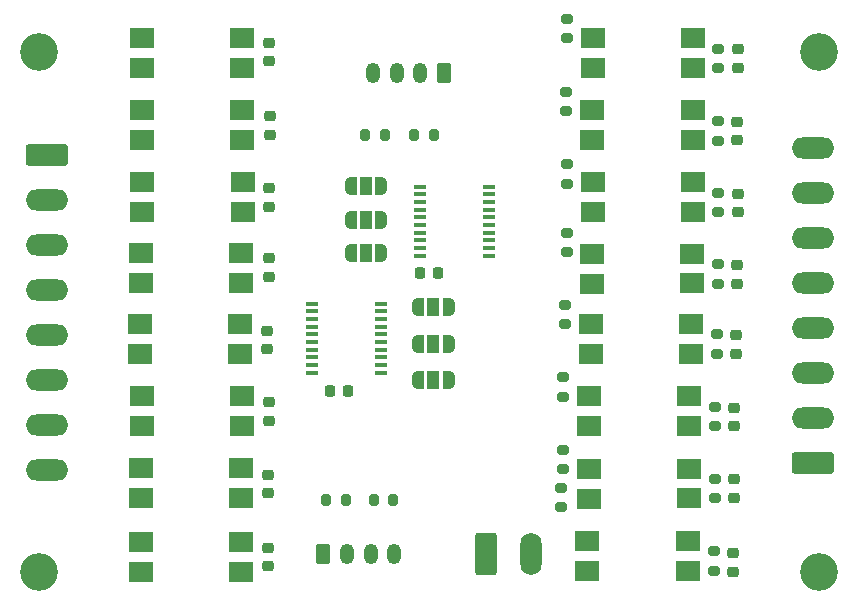
<source format=gbr>
G04 #@! TF.GenerationSoftware,KiCad,Pcbnew,8.0.0*
G04 #@! TF.CreationDate,2024-03-12T13:11:19+03:00*
G04 #@! TF.ProjectId,industrial_mcp23017_input_device_v02,696e6475-7374-4726-9961-6c5f6d637032,rev?*
G04 #@! TF.SameCoordinates,Original*
G04 #@! TF.FileFunction,Soldermask,Top*
G04 #@! TF.FilePolarity,Negative*
%FSLAX46Y46*%
G04 Gerber Fmt 4.6, Leading zero omitted, Abs format (unit mm)*
G04 Created by KiCad (PCBNEW 8.0.0) date 2024-03-12 13:11:19*
%MOMM*%
%LPD*%
G01*
G04 APERTURE LIST*
G04 Aperture macros list*
%AMRoundRect*
0 Rectangle with rounded corners*
0 $1 Rounding radius*
0 $2 $3 $4 $5 $6 $7 $8 $9 X,Y pos of 4 corners*
0 Add a 4 corners polygon primitive as box body*
4,1,4,$2,$3,$4,$5,$6,$7,$8,$9,$2,$3,0*
0 Add four circle primitives for the rounded corners*
1,1,$1+$1,$2,$3*
1,1,$1+$1,$4,$5*
1,1,$1+$1,$6,$7*
1,1,$1+$1,$8,$9*
0 Add four rect primitives between the rounded corners*
20,1,$1+$1,$2,$3,$4,$5,0*
20,1,$1+$1,$4,$5,$6,$7,0*
20,1,$1+$1,$6,$7,$8,$9,0*
20,1,$1+$1,$8,$9,$2,$3,0*%
%AMFreePoly0*
4,1,19,0.550000,-0.750000,0.000000,-0.750000,0.000000,-0.744911,-0.071157,-0.744911,-0.207708,-0.704816,-0.327430,-0.627875,-0.420627,-0.520320,-0.479746,-0.390866,-0.500000,-0.250000,-0.500000,0.250000,-0.479746,0.390866,-0.420627,0.520320,-0.327430,0.627875,-0.207708,0.704816,-0.071157,0.744911,0.000000,0.744911,0.000000,0.750000,0.550000,0.750000,0.550000,-0.750000,0.550000,-0.750000,
$1*%
%AMFreePoly1*
4,1,19,0.000000,0.744911,0.071157,0.744911,0.207708,0.704816,0.327430,0.627875,0.420627,0.520320,0.479746,0.390866,0.500000,0.250000,0.500000,-0.250000,0.479746,-0.390866,0.420627,-0.520320,0.327430,-0.627875,0.207708,-0.704816,0.071157,-0.744911,0.000000,-0.744911,0.000000,-0.750000,-0.550000,-0.750000,-0.550000,0.750000,0.000000,0.750000,0.000000,0.744911,0.000000,0.744911,
$1*%
G04 Aperture macros list end*
%ADD10RoundRect,0.250000X0.350000X0.625000X-0.350000X0.625000X-0.350000X-0.625000X0.350000X-0.625000X0*%
%ADD11O,1.200000X1.750000*%
%ADD12RoundRect,0.250000X-0.350000X-0.625000X0.350000X-0.625000X0.350000X0.625000X-0.350000X0.625000X0*%
%ADD13RoundRect,0.200000X0.200000X0.275000X-0.200000X0.275000X-0.200000X-0.275000X0.200000X-0.275000X0*%
%ADD14RoundRect,0.200000X0.275000X-0.200000X0.275000X0.200000X-0.275000X0.200000X-0.275000X-0.200000X0*%
%ADD15RoundRect,0.225000X0.225000X0.250000X-0.225000X0.250000X-0.225000X-0.250000X0.225000X-0.250000X0*%
%ADD16RoundRect,0.218750X-0.256250X0.218750X-0.256250X-0.218750X0.256250X-0.218750X0.256250X0.218750X0*%
%ADD17FreePoly0,0.000000*%
%ADD18R,1.000000X1.500000*%
%ADD19FreePoly1,0.000000*%
%ADD20RoundRect,0.200000X-0.200000X-0.275000X0.200000X-0.275000X0.200000X0.275000X-0.200000X0.275000X0*%
%ADD21RoundRect,0.250000X1.550000X-0.650000X1.550000X0.650000X-1.550000X0.650000X-1.550000X-0.650000X0*%
%ADD22O,3.600000X1.800000*%
%ADD23R,2.000000X1.780000*%
%ADD24FreePoly0,180.000000*%
%ADD25FreePoly1,180.000000*%
%ADD26R,1.000000X0.400000*%
%ADD27C,3.200000*%
%ADD28RoundRect,0.250000X-1.550000X0.650000X-1.550000X-0.650000X1.550000X-0.650000X1.550000X0.650000X0*%
%ADD29RoundRect,0.250000X-0.650000X-1.550000X0.650000X-1.550000X0.650000X1.550000X-0.650000X1.550000X0*%
%ADD30O,1.800000X3.600000*%
G04 APERTURE END LIST*
D10*
X107250000Y-62750000D03*
D11*
X105250000Y-62750000D03*
X103250000Y-62750000D03*
X101250000Y-62750000D03*
D12*
X97050000Y-103500000D03*
D11*
X99050000Y-103500000D03*
X101050000Y-103500000D03*
X103050000Y-103500000D03*
D13*
X106400000Y-68000000D03*
X104750000Y-68000000D03*
D14*
X117320000Y-96325000D03*
X117320000Y-94675000D03*
D15*
X106775000Y-79675000D03*
X105225000Y-79675000D03*
D14*
X117690000Y-72135000D03*
X117690000Y-70485000D03*
D16*
X131830000Y-91132500D03*
X131830000Y-92707500D03*
D17*
X105050000Y-82600000D03*
D18*
X106350000Y-82600000D03*
D19*
X107650000Y-82600000D03*
D20*
X97275000Y-98950000D03*
X98925000Y-98950000D03*
D14*
X130450000Y-68535000D03*
X130450000Y-66885000D03*
D16*
X132130000Y-60782500D03*
X132130000Y-62357500D03*
D21*
X138467500Y-95830000D03*
D22*
X138467500Y-92020000D03*
X138467500Y-88210000D03*
X138467500Y-84400000D03*
X138467500Y-80590000D03*
X138467500Y-76780000D03*
X138467500Y-72970000D03*
X138467500Y-69160000D03*
D23*
X128210000Y-86550000D03*
X128210000Y-84030000D03*
X119710000Y-84030000D03*
X119710000Y-86570000D03*
X128020000Y-98800000D03*
X128020000Y-96280000D03*
X119520000Y-96280000D03*
X119520000Y-98820000D03*
D16*
X131980000Y-84982500D03*
X131980000Y-86557500D03*
D17*
X105050000Y-85700000D03*
D18*
X106350000Y-85700000D03*
D19*
X107650000Y-85700000D03*
D14*
X130220000Y-98775000D03*
X130220000Y-97125000D03*
X130490000Y-74585000D03*
X130490000Y-72935000D03*
D24*
X101950000Y-78000000D03*
D18*
X100650000Y-78000000D03*
D25*
X99350000Y-78000000D03*
D23*
X90160000Y-92660000D03*
X90160000Y-90140000D03*
X81660000Y-90140000D03*
X81660000Y-92680000D03*
D16*
X92380000Y-96782500D03*
X92380000Y-98357500D03*
X92480000Y-72532500D03*
X92480000Y-74107500D03*
D14*
X117300000Y-90170000D03*
X117300000Y-88520000D03*
D16*
X132130000Y-72982500D03*
X132130000Y-74557500D03*
D23*
X128020000Y-92670000D03*
X128020000Y-90150000D03*
X119520000Y-90150000D03*
X119520000Y-92690000D03*
D14*
X130360000Y-86550000D03*
X130360000Y-84900000D03*
X130430000Y-80615000D03*
X130430000Y-78965000D03*
D26*
X105250000Y-72400000D03*
X105250000Y-73050000D03*
X105250000Y-73700000D03*
X105250000Y-74350000D03*
X105250000Y-75000000D03*
X105250000Y-75650000D03*
X105250000Y-76300000D03*
X105250000Y-76950000D03*
X105250000Y-77600000D03*
X105250000Y-78250000D03*
X111050000Y-78250000D03*
X111050000Y-77600000D03*
X111050000Y-76950000D03*
X111050000Y-76300000D03*
X111050000Y-75650000D03*
X111050000Y-75000000D03*
X111050000Y-74350000D03*
X111050000Y-73700000D03*
X111050000Y-73050000D03*
X111050000Y-72400000D03*
D14*
X117600000Y-66010000D03*
X117600000Y-64360000D03*
D16*
X132050000Y-66912500D03*
X132050000Y-68487500D03*
D15*
X99125000Y-89700000D03*
X97575000Y-89700000D03*
D23*
X127900000Y-104920000D03*
X127900000Y-102400000D03*
X119400000Y-102400000D03*
X119400000Y-104940000D03*
D27*
X73000000Y-61000000D03*
D14*
X130080000Y-104905000D03*
X130080000Y-103255000D03*
D27*
X139050000Y-105000000D03*
D16*
X92400000Y-102962500D03*
X92400000Y-104537500D03*
D23*
X90160000Y-62320000D03*
X90160000Y-59800000D03*
X81660000Y-59800000D03*
X81660000Y-62340000D03*
D16*
X132067500Y-79032500D03*
X132067500Y-80607500D03*
D14*
X130220000Y-92695000D03*
X130220000Y-91045000D03*
D16*
X92450000Y-60212500D03*
X92450000Y-61787500D03*
D20*
X100600000Y-68000000D03*
X102250000Y-68000000D03*
D14*
X117640000Y-59815000D03*
X117640000Y-58165000D03*
D16*
X92480000Y-78482500D03*
X92480000Y-80057500D03*
D27*
X139050000Y-61000000D03*
D28*
X73650000Y-69760000D03*
D22*
X73650000Y-73570000D03*
X73650000Y-77380000D03*
X73650000Y-81190000D03*
X73650000Y-85000000D03*
X73650000Y-88810000D03*
X73650000Y-92620000D03*
X73650000Y-96430000D03*
D16*
X92430000Y-90632500D03*
X92430000Y-92207500D03*
X131842500Y-97182500D03*
X131842500Y-98757500D03*
D23*
X128280000Y-80590000D03*
X128280000Y-78070000D03*
X119780000Y-78070000D03*
X119780000Y-80610000D03*
X90000000Y-86550000D03*
X90000000Y-84030000D03*
X81500000Y-84030000D03*
X81500000Y-86570000D03*
D16*
X131730000Y-103432500D03*
X131730000Y-105007500D03*
D23*
X128340000Y-62340000D03*
X128340000Y-59820000D03*
X119840000Y-59820000D03*
X119840000Y-62360000D03*
X90080000Y-98770000D03*
X90080000Y-96250000D03*
X81580000Y-96250000D03*
X81580000Y-98790000D03*
X90210000Y-74560000D03*
X90210000Y-72040000D03*
X81710000Y-72040000D03*
X81710000Y-74580000D03*
D24*
X101950000Y-72367500D03*
D18*
X100650000Y-72367500D03*
D25*
X99350000Y-72367500D03*
D14*
X117200000Y-99525000D03*
X117200000Y-97875000D03*
D13*
X102975000Y-98950000D03*
X101325000Y-98950000D03*
D24*
X101950000Y-75250000D03*
D18*
X100650000Y-75250000D03*
D25*
X99350000Y-75250000D03*
D16*
X92530000Y-66432500D03*
X92530000Y-68007500D03*
D17*
X105050000Y-88750000D03*
D18*
X106350000Y-88750000D03*
D19*
X107650000Y-88750000D03*
D23*
X128340000Y-74560000D03*
X128340000Y-72040000D03*
X119840000Y-72040000D03*
X119840000Y-74580000D03*
D27*
X73000000Y-105000000D03*
D29*
X110850000Y-103517500D03*
D30*
X114660000Y-103517500D03*
D16*
X92280000Y-84582500D03*
X92280000Y-86157500D03*
D23*
X90100000Y-80520000D03*
X90100000Y-78000000D03*
X81600000Y-78000000D03*
X81600000Y-80540000D03*
X128300000Y-68450000D03*
X128300000Y-65930000D03*
X119800000Y-65930000D03*
X119800000Y-68470000D03*
D26*
X101900000Y-88150000D03*
X101900000Y-87500000D03*
X101900000Y-86850000D03*
X101900000Y-86200000D03*
X101900000Y-85550000D03*
X101900000Y-84900000D03*
X101900000Y-84250000D03*
X101900000Y-83600000D03*
X101900000Y-82950000D03*
X101900000Y-82300000D03*
X96100000Y-82300000D03*
X96100000Y-82950000D03*
X96100000Y-83600000D03*
X96100000Y-84250000D03*
X96100000Y-84900000D03*
X96100000Y-85550000D03*
X96100000Y-86200000D03*
X96100000Y-86850000D03*
X96100000Y-87500000D03*
X96100000Y-88150000D03*
D23*
X90190000Y-68440000D03*
X90190000Y-65920000D03*
X81690000Y-65920000D03*
X81690000Y-68460000D03*
X90110000Y-105010000D03*
X90110000Y-102490000D03*
X81610000Y-102490000D03*
X81610000Y-105030000D03*
D14*
X117650000Y-77975000D03*
X117650000Y-76325000D03*
X130490000Y-62365000D03*
X130490000Y-60715000D03*
X117530000Y-84070000D03*
X117530000Y-82420000D03*
M02*

</source>
